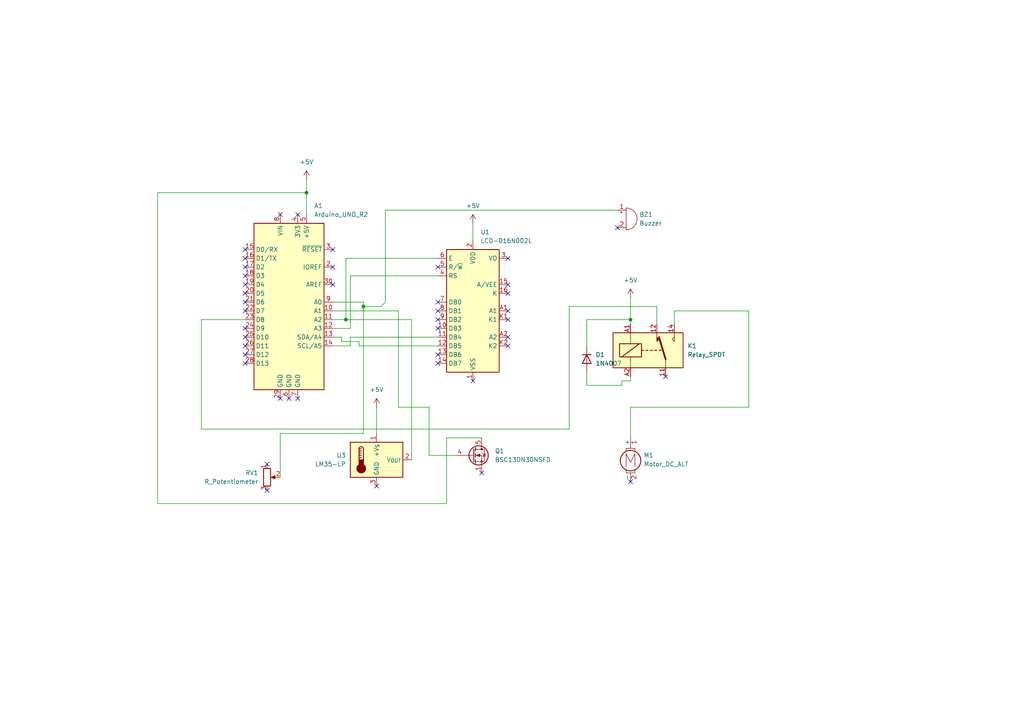
<source format=kicad_sch>
(kicad_sch
	(version 20231120)
	(generator "eeschema")
	(generator_version "8.0")
	(uuid "21abd89b-ef43-453a-ae91-97c94dfee324")
	(paper "A4")
	(lib_symbols
		(symbol "Device:Buzzer"
			(pin_names
				(offset 0.0254) hide)
			(exclude_from_sim no)
			(in_bom yes)
			(on_board yes)
			(property "Reference" "BZ"
				(at 3.81 1.27 0)
				(effects
					(font
						(size 1.27 1.27)
					)
					(justify left)
				)
			)
			(property "Value" "Buzzer"
				(at 3.81 -1.27 0)
				(effects
					(font
						(size 1.27 1.27)
					)
					(justify left)
				)
			)
			(property "Footprint" ""
				(at -0.635 2.54 90)
				(effects
					(font
						(size 1.27 1.27)
					)
					(hide yes)
				)
			)
			(property "Datasheet" "~"
				(at -0.635 2.54 90)
				(effects
					(font
						(size 1.27 1.27)
					)
					(hide yes)
				)
			)
			(property "Description" "Buzzer, polarized"
				(at 0 0 0)
				(effects
					(font
						(size 1.27 1.27)
					)
					(hide yes)
				)
			)
			(property "ki_keywords" "quartz resonator ceramic"
				(at 0 0 0)
				(effects
					(font
						(size 1.27 1.27)
					)
					(hide yes)
				)
			)
			(property "ki_fp_filters" "*Buzzer*"
				(at 0 0 0)
				(effects
					(font
						(size 1.27 1.27)
					)
					(hide yes)
				)
			)
			(symbol "Buzzer_0_1"
				(arc
					(start 0 -3.175)
					(mid 3.1612 0)
					(end 0 3.175)
					(stroke
						(width 0)
						(type default)
					)
					(fill
						(type none)
					)
				)
				(polyline
					(pts
						(xy -1.651 1.905) (xy -1.143 1.905)
					)
					(stroke
						(width 0)
						(type default)
					)
					(fill
						(type none)
					)
				)
				(polyline
					(pts
						(xy -1.397 2.159) (xy -1.397 1.651)
					)
					(stroke
						(width 0)
						(type default)
					)
					(fill
						(type none)
					)
				)
				(polyline
					(pts
						(xy 0 3.175) (xy 0 -3.175)
					)
					(stroke
						(width 0)
						(type default)
					)
					(fill
						(type none)
					)
				)
			)
			(symbol "Buzzer_1_1"
				(pin passive line
					(at -2.54 2.54 0)
					(length 2.54)
					(name "+"
						(effects
							(font
								(size 1.27 1.27)
							)
						)
					)
					(number "1"
						(effects
							(font
								(size 1.27 1.27)
							)
						)
					)
				)
				(pin passive line
					(at -2.54 -2.54 0)
					(length 2.54)
					(name "-"
						(effects
							(font
								(size 1.27 1.27)
							)
						)
					)
					(number "2"
						(effects
							(font
								(size 1.27 1.27)
							)
						)
					)
				)
			)
		)
		(symbol "Device:R_Potentiometer"
			(pin_names
				(offset 1.016) hide)
			(exclude_from_sim no)
			(in_bom yes)
			(on_board yes)
			(property "Reference" "RV"
				(at -4.445 0 90)
				(effects
					(font
						(size 1.27 1.27)
					)
				)
			)
			(property "Value" "R_Potentiometer"
				(at -2.54 0 90)
				(effects
					(font
						(size 1.27 1.27)
					)
				)
			)
			(property "Footprint" ""
				(at 0 0 0)
				(effects
					(font
						(size 1.27 1.27)
					)
					(hide yes)
				)
			)
			(property "Datasheet" "~"
				(at 0 0 0)
				(effects
					(font
						(size 1.27 1.27)
					)
					(hide yes)
				)
			)
			(property "Description" "Potentiometer"
				(at 0 0 0)
				(effects
					(font
						(size 1.27 1.27)
					)
					(hide yes)
				)
			)
			(property "ki_keywords" "resistor variable"
				(at 0 0 0)
				(effects
					(font
						(size 1.27 1.27)
					)
					(hide yes)
				)
			)
			(property "ki_fp_filters" "Potentiometer*"
				(at 0 0 0)
				(effects
					(font
						(size 1.27 1.27)
					)
					(hide yes)
				)
			)
			(symbol "R_Potentiometer_0_1"
				(polyline
					(pts
						(xy 2.54 0) (xy 1.524 0)
					)
					(stroke
						(width 0)
						(type default)
					)
					(fill
						(type none)
					)
				)
				(polyline
					(pts
						(xy 1.143 0) (xy 2.286 0.508) (xy 2.286 -0.508) (xy 1.143 0)
					)
					(stroke
						(width 0)
						(type default)
					)
					(fill
						(type outline)
					)
				)
				(rectangle
					(start 1.016 2.54)
					(end -1.016 -2.54)
					(stroke
						(width 0.254)
						(type default)
					)
					(fill
						(type none)
					)
				)
			)
			(symbol "R_Potentiometer_1_1"
				(pin passive line
					(at 0 3.81 270)
					(length 1.27)
					(name "1"
						(effects
							(font
								(size 1.27 1.27)
							)
						)
					)
					(number "1"
						(effects
							(font
								(size 1.27 1.27)
							)
						)
					)
				)
				(pin passive line
					(at 3.81 0 180)
					(length 1.27)
					(name "2"
						(effects
							(font
								(size 1.27 1.27)
							)
						)
					)
					(number "2"
						(effects
							(font
								(size 1.27 1.27)
							)
						)
					)
				)
				(pin passive line
					(at 0 -3.81 90)
					(length 1.27)
					(name "3"
						(effects
							(font
								(size 1.27 1.27)
							)
						)
					)
					(number "3"
						(effects
							(font
								(size 1.27 1.27)
							)
						)
					)
				)
			)
		)
		(symbol "Diode:1N4007"
			(pin_numbers hide)
			(pin_names hide)
			(exclude_from_sim no)
			(in_bom yes)
			(on_board yes)
			(property "Reference" "D"
				(at 0 2.54 0)
				(effects
					(font
						(size 1.27 1.27)
					)
				)
			)
			(property "Value" "1N4007"
				(at 0 -2.54 0)
				(effects
					(font
						(size 1.27 1.27)
					)
				)
			)
			(property "Footprint" "Diode_THT:D_DO-41_SOD81_P10.16mm_Horizontal"
				(at 0 -4.445 0)
				(effects
					(font
						(size 1.27 1.27)
					)
					(hide yes)
				)
			)
			(property "Datasheet" "http://www.vishay.com/docs/88503/1n4001.pdf"
				(at 0 0 0)
				(effects
					(font
						(size 1.27 1.27)
					)
					(hide yes)
				)
			)
			(property "Description" "1000V 1A General Purpose Rectifier Diode, DO-41"
				(at 0 0 0)
				(effects
					(font
						(size 1.27 1.27)
					)
					(hide yes)
				)
			)
			(property "Sim.Device" "D"
				(at 0 0 0)
				(effects
					(font
						(size 1.27 1.27)
					)
					(hide yes)
				)
			)
			(property "Sim.Pins" "1=K 2=A"
				(at 0 0 0)
				(effects
					(font
						(size 1.27 1.27)
					)
					(hide yes)
				)
			)
			(property "ki_keywords" "diode"
				(at 0 0 0)
				(effects
					(font
						(size 1.27 1.27)
					)
					(hide yes)
				)
			)
			(property "ki_fp_filters" "D*DO?41*"
				(at 0 0 0)
				(effects
					(font
						(size 1.27 1.27)
					)
					(hide yes)
				)
			)
			(symbol "1N4007_0_1"
				(polyline
					(pts
						(xy -1.27 1.27) (xy -1.27 -1.27)
					)
					(stroke
						(width 0.254)
						(type default)
					)
					(fill
						(type none)
					)
				)
				(polyline
					(pts
						(xy 1.27 0) (xy -1.27 0)
					)
					(stroke
						(width 0)
						(type default)
					)
					(fill
						(type none)
					)
				)
				(polyline
					(pts
						(xy 1.27 1.27) (xy 1.27 -1.27) (xy -1.27 0) (xy 1.27 1.27)
					)
					(stroke
						(width 0.254)
						(type default)
					)
					(fill
						(type none)
					)
				)
			)
			(symbol "1N4007_1_1"
				(pin passive line
					(at -3.81 0 0)
					(length 2.54)
					(name "K"
						(effects
							(font
								(size 1.27 1.27)
							)
						)
					)
					(number "1"
						(effects
							(font
								(size 1.27 1.27)
							)
						)
					)
				)
				(pin passive line
					(at 3.81 0 180)
					(length 2.54)
					(name "A"
						(effects
							(font
								(size 1.27 1.27)
							)
						)
					)
					(number "2"
						(effects
							(font
								(size 1.27 1.27)
							)
						)
					)
				)
			)
		)
		(symbol "Display_Character:LCD-016N002L"
			(exclude_from_sim no)
			(in_bom yes)
			(on_board yes)
			(property "Reference" "U"
				(at -6.35 18.796 0)
				(effects
					(font
						(size 1.27 1.27)
					)
				)
			)
			(property "Value" "LCD-016N002L"
				(at 8.636 18.796 0)
				(effects
					(font
						(size 1.27 1.27)
					)
				)
			)
			(property "Footprint" "Display:LCD-016N002L"
				(at 0.508 -23.368 0)
				(effects
					(font
						(size 1.27 1.27)
					)
					(hide yes)
				)
			)
			(property "Datasheet" "http://www.vishay.com/docs/37299/37299.pdf"
				(at 12.7 -7.62 0)
				(effects
					(font
						(size 1.27 1.27)
					)
					(hide yes)
				)
			)
			(property "Description" "LCD 12x2, 8 bit parallel bus, 3V or 5V VDD"
				(at 0 0 0)
				(effects
					(font
						(size 1.27 1.27)
					)
					(hide yes)
				)
			)
			(property "ki_keywords" "display LCD dot-matrix"
				(at 0 0 0)
				(effects
					(font
						(size 1.27 1.27)
					)
					(hide yes)
				)
			)
			(property "ki_fp_filters" "*LCD*016N002L*"
				(at 0 0 0)
				(effects
					(font
						(size 1.27 1.27)
					)
					(hide yes)
				)
			)
			(symbol "LCD-016N002L_1_1"
				(rectangle
					(start -7.62 17.78)
					(end 7.62 -17.78)
					(stroke
						(width 0.254)
						(type default)
					)
					(fill
						(type background)
					)
				)
				(pin power_in line
					(at 0 -20.32 90)
					(length 2.54)
					(name "VSS"
						(effects
							(font
								(size 1.27 1.27)
							)
						)
					)
					(number "1"
						(effects
							(font
								(size 1.27 1.27)
							)
						)
					)
				)
				(pin bidirectional line
					(at -10.16 -5.08 0)
					(length 2.54)
					(name "DB3"
						(effects
							(font
								(size 1.27 1.27)
							)
						)
					)
					(number "10"
						(effects
							(font
								(size 1.27 1.27)
							)
						)
					)
				)
				(pin bidirectional line
					(at -10.16 -7.62 0)
					(length 2.54)
					(name "DB4"
						(effects
							(font
								(size 1.27 1.27)
							)
						)
					)
					(number "11"
						(effects
							(font
								(size 1.27 1.27)
							)
						)
					)
				)
				(pin bidirectional line
					(at -10.16 -10.16 0)
					(length 2.54)
					(name "DB5"
						(effects
							(font
								(size 1.27 1.27)
							)
						)
					)
					(number "12"
						(effects
							(font
								(size 1.27 1.27)
							)
						)
					)
				)
				(pin bidirectional line
					(at -10.16 -12.7 0)
					(length 2.54)
					(name "DB6"
						(effects
							(font
								(size 1.27 1.27)
							)
						)
					)
					(number "13"
						(effects
							(font
								(size 1.27 1.27)
							)
						)
					)
				)
				(pin bidirectional line
					(at -10.16 -15.24 0)
					(length 2.54)
					(name "DB7"
						(effects
							(font
								(size 1.27 1.27)
							)
						)
					)
					(number "14"
						(effects
							(font
								(size 1.27 1.27)
							)
						)
					)
				)
				(pin power_in line
					(at 10.16 7.62 180)
					(length 2.54)
					(name "A/VEE"
						(effects
							(font
								(size 1.27 1.27)
							)
						)
					)
					(number "15"
						(effects
							(font
								(size 1.27 1.27)
							)
						)
					)
				)
				(pin power_in line
					(at 10.16 5.08 180)
					(length 2.54)
					(name "K"
						(effects
							(font
								(size 1.27 1.27)
							)
						)
					)
					(number "16"
						(effects
							(font
								(size 1.27 1.27)
							)
						)
					)
				)
				(pin power_in line
					(at 0 20.32 270)
					(length 2.54)
					(name "VDD"
						(effects
							(font
								(size 1.27 1.27)
							)
						)
					)
					(number "2"
						(effects
							(font
								(size 1.27 1.27)
							)
						)
					)
				)
				(pin input line
					(at 10.16 15.24 180)
					(length 2.54)
					(name "VO"
						(effects
							(font
								(size 1.27 1.27)
							)
						)
					)
					(number "3"
						(effects
							(font
								(size 1.27 1.27)
							)
						)
					)
				)
				(pin input line
					(at -10.16 10.16 0)
					(length 2.54)
					(name "RS"
						(effects
							(font
								(size 1.27 1.27)
							)
						)
					)
					(number "4"
						(effects
							(font
								(size 1.27 1.27)
							)
						)
					)
				)
				(pin input line
					(at -10.16 12.7 0)
					(length 2.54)
					(name "R/~{W}"
						(effects
							(font
								(size 1.27 1.27)
							)
						)
					)
					(number "5"
						(effects
							(font
								(size 1.27 1.27)
							)
						)
					)
				)
				(pin input line
					(at -10.16 15.24 0)
					(length 2.54)
					(name "E"
						(effects
							(font
								(size 1.27 1.27)
							)
						)
					)
					(number "6"
						(effects
							(font
								(size 1.27 1.27)
							)
						)
					)
				)
				(pin bidirectional line
					(at -10.16 2.54 0)
					(length 2.54)
					(name "DB0"
						(effects
							(font
								(size 1.27 1.27)
							)
						)
					)
					(number "7"
						(effects
							(font
								(size 1.27 1.27)
							)
						)
					)
				)
				(pin bidirectional line
					(at -10.16 0 0)
					(length 2.54)
					(name "DB1"
						(effects
							(font
								(size 1.27 1.27)
							)
						)
					)
					(number "8"
						(effects
							(font
								(size 1.27 1.27)
							)
						)
					)
				)
				(pin bidirectional line
					(at -10.16 -2.54 0)
					(length 2.54)
					(name "DB2"
						(effects
							(font
								(size 1.27 1.27)
							)
						)
					)
					(number "9"
						(effects
							(font
								(size 1.27 1.27)
							)
						)
					)
				)
				(pin power_in line
					(at 10.16 0 180)
					(length 2.54)
					(name "A1"
						(effects
							(font
								(size 1.27 1.27)
							)
						)
					)
					(number "A1"
						(effects
							(font
								(size 1.27 1.27)
							)
						)
					)
				)
				(pin power_in line
					(at 10.16 -7.62 180)
					(length 2.54)
					(name "A2"
						(effects
							(font
								(size 1.27 1.27)
							)
						)
					)
					(number "A2"
						(effects
							(font
								(size 1.27 1.27)
							)
						)
					)
				)
				(pin power_in line
					(at 10.16 -2.54 180)
					(length 2.54)
					(name "K1"
						(effects
							(font
								(size 1.27 1.27)
							)
						)
					)
					(number "K1"
						(effects
							(font
								(size 1.27 1.27)
							)
						)
					)
				)
				(pin power_in line
					(at 10.16 -10.16 180)
					(length 2.54)
					(name "K2"
						(effects
							(font
								(size 1.27 1.27)
							)
						)
					)
					(number "K2"
						(effects
							(font
								(size 1.27 1.27)
							)
						)
					)
				)
			)
		)
		(symbol "MCU_Module:Arduino_UNO_R2"
			(exclude_from_sim no)
			(in_bom yes)
			(on_board yes)
			(property "Reference" "A"
				(at -10.16 23.495 0)
				(effects
					(font
						(size 1.27 1.27)
					)
					(justify left bottom)
				)
			)
			(property "Value" "Arduino_UNO_R2"
				(at 5.08 -26.67 0)
				(effects
					(font
						(size 1.27 1.27)
					)
					(justify left top)
				)
			)
			(property "Footprint" "Module:Arduino_UNO_R2"
				(at 0 0 0)
				(effects
					(font
						(size 1.27 1.27)
						(italic yes)
					)
					(hide yes)
				)
			)
			(property "Datasheet" "https://www.arduino.cc/en/Main/arduinoBoardUno"
				(at 0 0 0)
				(effects
					(font
						(size 1.27 1.27)
					)
					(hide yes)
				)
			)
			(property "Description" "Arduino UNO Microcontroller Module, release 2"
				(at 0 0 0)
				(effects
					(font
						(size 1.27 1.27)
					)
					(hide yes)
				)
			)
			(property "ki_keywords" "Arduino UNO R3 Microcontroller Module Atmel AVR USB"
				(at 0 0 0)
				(effects
					(font
						(size 1.27 1.27)
					)
					(hide yes)
				)
			)
			(property "ki_fp_filters" "Arduino*UNO*R2*"
				(at 0 0 0)
				(effects
					(font
						(size 1.27 1.27)
					)
					(hide yes)
				)
			)
			(symbol "Arduino_UNO_R2_0_1"
				(rectangle
					(start -10.16 22.86)
					(end 10.16 -25.4)
					(stroke
						(width 0.254)
						(type default)
					)
					(fill
						(type background)
					)
				)
			)
			(symbol "Arduino_UNO_R2_1_1"
				(pin no_connect line
					(at -10.16 -20.32 0)
					(length 2.54) hide
					(name "NC"
						(effects
							(font
								(size 1.27 1.27)
							)
						)
					)
					(number "1"
						(effects
							(font
								(size 1.27 1.27)
							)
						)
					)
				)
				(pin bidirectional line
					(at 12.7 -2.54 180)
					(length 2.54)
					(name "A1"
						(effects
							(font
								(size 1.27 1.27)
							)
						)
					)
					(number "10"
						(effects
							(font
								(size 1.27 1.27)
							)
						)
					)
				)
				(pin bidirectional line
					(at 12.7 -5.08 180)
					(length 2.54)
					(name "A2"
						(effects
							(font
								(size 1.27 1.27)
							)
						)
					)
					(number "11"
						(effects
							(font
								(size 1.27 1.27)
							)
						)
					)
				)
				(pin bidirectional line
					(at 12.7 -7.62 180)
					(length 2.54)
					(name "A3"
						(effects
							(font
								(size 1.27 1.27)
							)
						)
					)
					(number "12"
						(effects
							(font
								(size 1.27 1.27)
							)
						)
					)
				)
				(pin bidirectional line
					(at 12.7 -10.16 180)
					(length 2.54)
					(name "SDA/A4"
						(effects
							(font
								(size 1.27 1.27)
							)
						)
					)
					(number "13"
						(effects
							(font
								(size 1.27 1.27)
							)
						)
					)
				)
				(pin bidirectional line
					(at 12.7 -12.7 180)
					(length 2.54)
					(name "SCL/A5"
						(effects
							(font
								(size 1.27 1.27)
							)
						)
					)
					(number "14"
						(effects
							(font
								(size 1.27 1.27)
							)
						)
					)
				)
				(pin bidirectional line
					(at -12.7 15.24 0)
					(length 2.54)
					(name "D0/RX"
						(effects
							(font
								(size 1.27 1.27)
							)
						)
					)
					(number "15"
						(effects
							(font
								(size 1.27 1.27)
							)
						)
					)
				)
				(pin bidirectional line
					(at -12.7 12.7 0)
					(length 2.54)
					(name "D1/TX"
						(effects
							(font
								(size 1.27 1.27)
							)
						)
					)
					(number "16"
						(effects
							(font
								(size 1.27 1.27)
							)
						)
					)
				)
				(pin bidirectional line
					(at -12.7 10.16 0)
					(length 2.54)
					(name "D2"
						(effects
							(font
								(size 1.27 1.27)
							)
						)
					)
					(number "17"
						(effects
							(font
								(size 1.27 1.27)
							)
						)
					)
				)
				(pin bidirectional line
					(at -12.7 7.62 0)
					(length 2.54)
					(name "D3"
						(effects
							(font
								(size 1.27 1.27)
							)
						)
					)
					(number "18"
						(effects
							(font
								(size 1.27 1.27)
							)
						)
					)
				)
				(pin bidirectional line
					(at -12.7 5.08 0)
					(length 2.54)
					(name "D4"
						(effects
							(font
								(size 1.27 1.27)
							)
						)
					)
					(number "19"
						(effects
							(font
								(size 1.27 1.27)
							)
						)
					)
				)
				(pin output line
					(at 12.7 10.16 180)
					(length 2.54)
					(name "IOREF"
						(effects
							(font
								(size 1.27 1.27)
							)
						)
					)
					(number "2"
						(effects
							(font
								(size 1.27 1.27)
							)
						)
					)
				)
				(pin bidirectional line
					(at -12.7 2.54 0)
					(length 2.54)
					(name "D5"
						(effects
							(font
								(size 1.27 1.27)
							)
						)
					)
					(number "20"
						(effects
							(font
								(size 1.27 1.27)
							)
						)
					)
				)
				(pin bidirectional line
					(at -12.7 0 0)
					(length 2.54)
					(name "D6"
						(effects
							(font
								(size 1.27 1.27)
							)
						)
					)
					(number "21"
						(effects
							(font
								(size 1.27 1.27)
							)
						)
					)
				)
				(pin bidirectional line
					(at -12.7 -2.54 0)
					(length 2.54)
					(name "D7"
						(effects
							(font
								(size 1.27 1.27)
							)
						)
					)
					(number "22"
						(effects
							(font
								(size 1.27 1.27)
							)
						)
					)
				)
				(pin bidirectional line
					(at -12.7 -5.08 0)
					(length 2.54)
					(name "D8"
						(effects
							(font
								(size 1.27 1.27)
							)
						)
					)
					(number "23"
						(effects
							(font
								(size 1.27 1.27)
							)
						)
					)
				)
				(pin bidirectional line
					(at -12.7 -7.62 0)
					(length 2.54)
					(name "D9"
						(effects
							(font
								(size 1.27 1.27)
							)
						)
					)
					(number "24"
						(effects
							(font
								(size 1.27 1.27)
							)
						)
					)
				)
				(pin bidirectional line
					(at -12.7 -10.16 0)
					(length 2.54)
					(name "D10"
						(effects
							(font
								(size 1.27 1.27)
							)
						)
					)
					(number "25"
						(effects
							(font
								(size 1.27 1.27)
							)
						)
					)
				)
				(pin bidirectional line
					(at -12.7 -12.7 0)
					(length 2.54)
					(name "D11"
						(effects
							(font
								(size 1.27 1.27)
							)
						)
					)
					(number "26"
						(effects
							(font
								(size 1.27 1.27)
							)
						)
					)
				)
				(pin bidirectional line
					(at -12.7 -15.24 0)
					(length 2.54)
					(name "D12"
						(effects
							(font
								(size 1.27 1.27)
							)
						)
					)
					(number "27"
						(effects
							(font
								(size 1.27 1.27)
							)
						)
					)
				)
				(pin bidirectional line
					(at -12.7 -17.78 0)
					(length 2.54)
					(name "D13"
						(effects
							(font
								(size 1.27 1.27)
							)
						)
					)
					(number "28"
						(effects
							(font
								(size 1.27 1.27)
							)
						)
					)
				)
				(pin power_in line
					(at -2.54 -27.94 90)
					(length 2.54)
					(name "GND"
						(effects
							(font
								(size 1.27 1.27)
							)
						)
					)
					(number "29"
						(effects
							(font
								(size 1.27 1.27)
							)
						)
					)
				)
				(pin input line
					(at 12.7 15.24 180)
					(length 2.54)
					(name "~{RESET}"
						(effects
							(font
								(size 1.27 1.27)
							)
						)
					)
					(number "3"
						(effects
							(font
								(size 1.27 1.27)
							)
						)
					)
				)
				(pin input line
					(at 12.7 5.08 180)
					(length 2.54)
					(name "AREF"
						(effects
							(font
								(size 1.27 1.27)
							)
						)
					)
					(number "30"
						(effects
							(font
								(size 1.27 1.27)
							)
						)
					)
				)
				(pin power_out line
					(at 2.54 25.4 270)
					(length 2.54)
					(name "3V3"
						(effects
							(font
								(size 1.27 1.27)
							)
						)
					)
					(number "4"
						(effects
							(font
								(size 1.27 1.27)
							)
						)
					)
				)
				(pin power_out line
					(at 5.08 25.4 270)
					(length 2.54)
					(name "+5V"
						(effects
							(font
								(size 1.27 1.27)
							)
						)
					)
					(number "5"
						(effects
							(font
								(size 1.27 1.27)
							)
						)
					)
				)
				(pin power_in line
					(at 0 -27.94 90)
					(length 2.54)
					(name "GND"
						(effects
							(font
								(size 1.27 1.27)
							)
						)
					)
					(number "6"
						(effects
							(font
								(size 1.27 1.27)
							)
						)
					)
				)
				(pin power_in line
					(at 2.54 -27.94 90)
					(length 2.54)
					(name "GND"
						(effects
							(font
								(size 1.27 1.27)
							)
						)
					)
					(number "7"
						(effects
							(font
								(size 1.27 1.27)
							)
						)
					)
				)
				(pin power_in line
					(at -2.54 25.4 270)
					(length 2.54)
					(name "VIN"
						(effects
							(font
								(size 1.27 1.27)
							)
						)
					)
					(number "8"
						(effects
							(font
								(size 1.27 1.27)
							)
						)
					)
				)
				(pin bidirectional line
					(at 12.7 0 180)
					(length 2.54)
					(name "A0"
						(effects
							(font
								(size 1.27 1.27)
							)
						)
					)
					(number "9"
						(effects
							(font
								(size 1.27 1.27)
							)
						)
					)
				)
			)
		)
		(symbol "Motor:Motor_DC_ALT"
			(pin_names
				(offset 0)
			)
			(exclude_from_sim no)
			(in_bom yes)
			(on_board yes)
			(property "Reference" "M"
				(at 2.54 2.54 0)
				(effects
					(font
						(size 1.27 1.27)
					)
					(justify left)
				)
			)
			(property "Value" "Motor_DC_ALT"
				(at 2.54 -5.08 0)
				(effects
					(font
						(size 1.27 1.27)
					)
					(justify left top)
				)
			)
			(property "Footprint" ""
				(at 0 -2.286 0)
				(effects
					(font
						(size 1.27 1.27)
					)
					(hide yes)
				)
			)
			(property "Datasheet" "~"
				(at 0 -2.286 0)
				(effects
					(font
						(size 1.27 1.27)
					)
					(hide yes)
				)
			)
			(property "Description" "DC Motor, alternative symbol"
				(at 0 0 0)
				(effects
					(font
						(size 1.27 1.27)
					)
					(hide yes)
				)
			)
			(property "ki_keywords" "DC Motor"
				(at 0 0 0)
				(effects
					(font
						(size 1.27 1.27)
					)
					(hide yes)
				)
			)
			(property "ki_fp_filters" "PinHeader*P2.54mm* TerminalBlock*"
				(at 0 0 0)
				(effects
					(font
						(size 1.27 1.27)
					)
					(hide yes)
				)
			)
			(symbol "Motor_DC_ALT_0_0"
				(circle
					(center 0 -1.524)
					(radius 2.9718)
					(stroke
						(width 0.254)
						(type default)
					)
					(fill
						(type none)
					)
				)
				(polyline
					(pts
						(xy -1.27 -4.318) (xy -1.27 -5.08) (xy 1.27 -5.08) (xy 1.27 -4.318)
					)
					(stroke
						(width 0)
						(type default)
					)
					(fill
						(type none)
					)
				)
				(polyline
					(pts
						(xy -1.27 1.27) (xy -1.27 2.032) (xy 1.27 2.032) (xy 1.27 1.27)
					)
					(stroke
						(width 0)
						(type default)
					)
					(fill
						(type none)
					)
				)
				(polyline
					(pts
						(xy -1.27 -3.302) (xy -1.27 0.508) (xy 0 -2.032) (xy 1.27 0.508) (xy 1.27 -3.302)
					)
					(stroke
						(width 0)
						(type default)
					)
					(fill
						(type none)
					)
				)
			)
			(symbol "Motor_DC_ALT_0_1"
				(polyline
					(pts
						(xy 0 2.032) (xy 0 2.54)
					)
					(stroke
						(width 0)
						(type default)
					)
					(fill
						(type none)
					)
				)
			)
			(symbol "Motor_DC_ALT_1_1"
				(pin passive line
					(at 0 5.08 270)
					(length 2.54)
					(name "+"
						(effects
							(font
								(size 1.27 1.27)
							)
						)
					)
					(number "1"
						(effects
							(font
								(size 1.27 1.27)
							)
						)
					)
				)
				(pin passive line
					(at 0 -7.62 90)
					(length 2.54)
					(name "-"
						(effects
							(font
								(size 1.27 1.27)
							)
						)
					)
					(number "2"
						(effects
							(font
								(size 1.27 1.27)
							)
						)
					)
				)
			)
		)
		(symbol "Relay:Relay_SPDT"
			(exclude_from_sim no)
			(in_bom yes)
			(on_board yes)
			(property "Reference" "K"
				(at 11.43 3.81 0)
				(effects
					(font
						(size 1.27 1.27)
					)
					(justify left)
				)
			)
			(property "Value" "Relay_SPDT"
				(at 11.43 1.27 0)
				(effects
					(font
						(size 1.27 1.27)
					)
					(justify left)
				)
			)
			(property "Footprint" ""
				(at 11.43 -1.27 0)
				(effects
					(font
						(size 1.27 1.27)
					)
					(justify left)
					(hide yes)
				)
			)
			(property "Datasheet" "~"
				(at 0 0 0)
				(effects
					(font
						(size 1.27 1.27)
					)
					(hide yes)
				)
			)
			(property "Description" "Relay SPDT, monostable, EN50005"
				(at 0 0 0)
				(effects
					(font
						(size 1.27 1.27)
					)
					(hide yes)
				)
			)
			(property "ki_keywords" "1P2T 1-Form-C single pole throw"
				(at 0 0 0)
				(effects
					(font
						(size 1.27 1.27)
					)
					(hide yes)
				)
			)
			(property "ki_fp_filters" "Relay?SPDT*"
				(at 0 0 0)
				(effects
					(font
						(size 1.27 1.27)
					)
					(hide yes)
				)
			)
			(symbol "Relay_SPDT_0_0"
				(polyline
					(pts
						(xy 7.62 5.08) (xy 7.62 2.54) (xy 6.985 3.175) (xy 7.62 3.81)
					)
					(stroke
						(width 0)
						(type default)
					)
					(fill
						(type none)
					)
				)
			)
			(symbol "Relay_SPDT_0_1"
				(rectangle
					(start -10.16 5.08)
					(end 10.16 -5.08)
					(stroke
						(width 0.254)
						(type default)
					)
					(fill
						(type background)
					)
				)
				(rectangle
					(start -8.255 1.905)
					(end -1.905 -1.905)
					(stroke
						(width 0.254)
						(type default)
					)
					(fill
						(type none)
					)
				)
				(polyline
					(pts
						(xy -7.62 -1.905) (xy -2.54 1.905)
					)
					(stroke
						(width 0.254)
						(type default)
					)
					(fill
						(type none)
					)
				)
				(polyline
					(pts
						(xy -5.08 -5.08) (xy -5.08 -1.905)
					)
					(stroke
						(width 0)
						(type default)
					)
					(fill
						(type none)
					)
				)
				(polyline
					(pts
						(xy -5.08 5.08) (xy -5.08 1.905)
					)
					(stroke
						(width 0)
						(type default)
					)
					(fill
						(type none)
					)
				)
				(polyline
					(pts
						(xy -1.905 0) (xy -1.27 0)
					)
					(stroke
						(width 0.254)
						(type default)
					)
					(fill
						(type none)
					)
				)
				(polyline
					(pts
						(xy -0.635 0) (xy 0 0)
					)
					(stroke
						(width 0.254)
						(type default)
					)
					(fill
						(type none)
					)
				)
				(polyline
					(pts
						(xy 0.635 0) (xy 1.27 0)
					)
					(stroke
						(width 0.254)
						(type default)
					)
					(fill
						(type none)
					)
				)
				(polyline
					(pts
						(xy 1.905 0) (xy 2.54 0)
					)
					(stroke
						(width 0.254)
						(type default)
					)
					(fill
						(type none)
					)
				)
				(polyline
					(pts
						(xy 3.175 0) (xy 3.81 0)
					)
					(stroke
						(width 0.254)
						(type default)
					)
					(fill
						(type none)
					)
				)
				(polyline
					(pts
						(xy 5.08 -2.54) (xy 3.175 3.81)
					)
					(stroke
						(width 0.508)
						(type default)
					)
					(fill
						(type none)
					)
				)
				(polyline
					(pts
						(xy 5.08 -2.54) (xy 5.08 -5.08)
					)
					(stroke
						(width 0)
						(type default)
					)
					(fill
						(type none)
					)
				)
				(polyline
					(pts
						(xy 2.54 5.08) (xy 2.54 2.54) (xy 3.175 3.175) (xy 2.54 3.81)
					)
					(stroke
						(width 0)
						(type default)
					)
					(fill
						(type outline)
					)
				)
			)
			(symbol "Relay_SPDT_1_1"
				(pin passive line
					(at 5.08 -7.62 90)
					(length 2.54)
					(name "~"
						(effects
							(font
								(size 1.27 1.27)
							)
						)
					)
					(number "11"
						(effects
							(font
								(size 1.27 1.27)
							)
						)
					)
				)
				(pin passive line
					(at 2.54 7.62 270)
					(length 2.54)
					(name "~"
						(effects
							(font
								(size 1.27 1.27)
							)
						)
					)
					(number "12"
						(effects
							(font
								(size 1.27 1.27)
							)
						)
					)
				)
				(pin passive line
					(at 7.62 7.62 270)
					(length 2.54)
					(name "~"
						(effects
							(font
								(size 1.27 1.27)
							)
						)
					)
					(number "14"
						(effects
							(font
								(size 1.27 1.27)
							)
						)
					)
				)
				(pin passive line
					(at -5.08 7.62 270)
					(length 2.54)
					(name "~"
						(effects
							(font
								(size 1.27 1.27)
							)
						)
					)
					(number "A1"
						(effects
							(font
								(size 1.27 1.27)
							)
						)
					)
				)
				(pin passive line
					(at -5.08 -7.62 90)
					(length 2.54)
					(name "~"
						(effects
							(font
								(size 1.27 1.27)
							)
						)
					)
					(number "A2"
						(effects
							(font
								(size 1.27 1.27)
							)
						)
					)
				)
			)
		)
		(symbol "Sensor_Temperature:LM35-LP"
			(exclude_from_sim no)
			(in_bom yes)
			(on_board yes)
			(property "Reference" "U"
				(at -6.35 6.35 0)
				(effects
					(font
						(size 1.27 1.27)
					)
				)
			)
			(property "Value" "LM35-LP"
				(at 1.27 6.35 0)
				(effects
					(font
						(size 1.27 1.27)
					)
					(justify left)
				)
			)
			(property "Footprint" "Package_TO_SOT_THT:TO-92_Inline"
				(at 1.27 -6.35 0)
				(effects
					(font
						(size 1.27 1.27)
					)
					(justify left)
					(hide yes)
				)
			)
			(property "Datasheet" "http://www.ti.com/lit/ds/symlink/lm35.pdf"
				(at 0 0 0)
				(effects
					(font
						(size 1.27 1.27)
					)
					(hide yes)
				)
			)
			(property "Description" "Precision centigrade temperature sensor, TO-92"
				(at 0 0 0)
				(effects
					(font
						(size 1.27 1.27)
					)
					(hide yes)
				)
			)
			(property "ki_keywords" "temperature sensor thermistor"
				(at 0 0 0)
				(effects
					(font
						(size 1.27 1.27)
					)
					(hide yes)
				)
			)
			(property "ki_fp_filters" "TO?92*"
				(at 0 0 0)
				(effects
					(font
						(size 1.27 1.27)
					)
					(hide yes)
				)
			)
			(symbol "LM35-LP_0_1"
				(rectangle
					(start -7.62 5.08)
					(end 7.62 -5.08)
					(stroke
						(width 0.254)
						(type default)
					)
					(fill
						(type background)
					)
				)
				(circle
					(center -4.445 -2.54)
					(radius 1.27)
					(stroke
						(width 0.254)
						(type default)
					)
					(fill
						(type outline)
					)
				)
				(rectangle
					(start -3.81 -1.905)
					(end -5.08 0)
					(stroke
						(width 0.254)
						(type default)
					)
					(fill
						(type outline)
					)
				)
				(arc
					(start -3.81 3.175)
					(mid -4.445 3.8073)
					(end -5.08 3.175)
					(stroke
						(width 0.254)
						(type default)
					)
					(fill
						(type none)
					)
				)
				(polyline
					(pts
						(xy -5.08 0.635) (xy -4.445 0.635)
					)
					(stroke
						(width 0.254)
						(type default)
					)
					(fill
						(type none)
					)
				)
				(polyline
					(pts
						(xy -5.08 1.27) (xy -4.445 1.27)
					)
					(stroke
						(width 0.254)
						(type default)
					)
					(fill
						(type none)
					)
				)
				(polyline
					(pts
						(xy -5.08 1.905) (xy -4.445 1.905)
					)
					(stroke
						(width 0.254)
						(type default)
					)
					(fill
						(type none)
					)
				)
				(polyline
					(pts
						(xy -5.08 2.54) (xy -4.445 2.54)
					)
					(stroke
						(width 0.254)
						(type default)
					)
					(fill
						(type none)
					)
				)
				(polyline
					(pts
						(xy -5.08 3.175) (xy -5.08 0)
					)
					(stroke
						(width 0.254)
						(type default)
					)
					(fill
						(type none)
					)
				)
				(polyline
					(pts
						(xy -5.08 3.175) (xy -4.445 3.175)
					)
					(stroke
						(width 0.254)
						(type default)
					)
					(fill
						(type none)
					)
				)
				(polyline
					(pts
						(xy -3.81 3.175) (xy -3.81 0)
					)
					(stroke
						(width 0.254)
						(type default)
					)
					(fill
						(type none)
					)
				)
			)
			(symbol "LM35-LP_1_1"
				(pin power_in line
					(at 0 7.62 270)
					(length 2.54)
					(name "+V_{S}"
						(effects
							(font
								(size 1.27 1.27)
							)
						)
					)
					(number "1"
						(effects
							(font
								(size 1.27 1.27)
							)
						)
					)
				)
				(pin output line
					(at 10.16 0 180)
					(length 2.54)
					(name "V_{OUT}"
						(effects
							(font
								(size 1.27 1.27)
							)
						)
					)
					(number "2"
						(effects
							(font
								(size 1.27 1.27)
							)
						)
					)
				)
				(pin power_in line
					(at 0 -7.62 90)
					(length 2.54)
					(name "GND"
						(effects
							(font
								(size 1.27 1.27)
							)
						)
					)
					(number "3"
						(effects
							(font
								(size 1.27 1.27)
							)
						)
					)
				)
			)
		)
		(symbol "Transistor_FET:BSC13DN30NSFD"
			(pin_names hide)
			(exclude_from_sim no)
			(in_bom yes)
			(on_board yes)
			(property "Reference" "Q"
				(at 5.08 1.905 0)
				(effects
					(font
						(size 1.27 1.27)
					)
					(justify left)
				)
			)
			(property "Value" "BSC13DN30NSFD"
				(at 5.08 0 0)
				(effects
					(font
						(size 1.27 1.27)
					)
					(justify left)
				)
			)
			(property "Footprint" "Package_TO_SOT_SMD:TDSON-8-1"
				(at 5.08 -1.905 0)
				(effects
					(font
						(size 1.27 1.27)
						(italic yes)
					)
					(justify left)
					(hide yes)
				)
			)
			(property "Datasheet" "https://www.infineon.com/dgdl/Infineon-BSC13DN30NSFD-DS-v02_01-EN.pdf?fileId=5546d46259b0420a0159d5c940fc0d9a"
				(at 5.08 -3.81 0)
				(effects
					(font
						(size 1.27 1.27)
					)
					(justify left)
					(hide yes)
				)
			)
			(property "Description" "16A Id, 300V Vds, OptiMOS N-Channel Power MOSFET, 130mOhm Ron, Qg (typ) 30.0nC, PG-TDSON-8"
				(at 0 0 0)
				(effects
					(font
						(size 1.27 1.27)
					)
					(hide yes)
				)
			)
			(property "ki_keywords" "NexFET Power MOSFET N-MOS"
				(at 0 0 0)
				(effects
					(font
						(size 1.27 1.27)
					)
					(hide yes)
				)
			)
			(property "ki_fp_filters" "TDSON*"
				(at 0 0 0)
				(effects
					(font
						(size 1.27 1.27)
					)
					(hide yes)
				)
			)
			(symbol "BSC13DN30NSFD_0_1"
				(polyline
					(pts
						(xy 0.254 0) (xy -2.54 0)
					)
					(stroke
						(width 0)
						(type default)
					)
					(fill
						(type none)
					)
				)
				(polyline
					(pts
						(xy 0.254 1.905) (xy 0.254 -1.905)
					)
					(stroke
						(width 0.254)
						(type default)
					)
					(fill
						(type none)
					)
				)
				(polyline
					(pts
						(xy 0.762 -1.27) (xy 0.762 -2.286)
					)
					(stroke
						(width 0.254)
						(type default)
					)
					(fill
						(type none)
					)
				)
				(polyline
					(pts
						(xy 0.762 0.508) (xy 0.762 -0.508)
					)
					(stroke
						(width 0.254)
						(type default)
					)
					(fill
						(type none)
					)
				)
				(polyline
					(pts
						(xy 0.762 2.286) (xy 0.762 1.27)
					)
					(stroke
						(width 0.254)
						(type default)
					)
					(fill
						(type none)
					)
				)
				(polyline
					(pts
						(xy 2.54 2.54) (xy 2.54 1.778)
					)
					(stroke
						(width 0)
						(type default)
					)
					(fill
						(type none)
					)
				)
				(polyline
					(pts
						(xy 2.54 -2.54) (xy 2.54 0) (xy 0.762 0)
					)
					(stroke
						(width 0)
						(type default)
					)
					(fill
						(type none)
					)
				)
				(polyline
					(pts
						(xy 0.762 -1.778) (xy 3.302 -1.778) (xy 3.302 1.778) (xy 0.762 1.778)
					)
					(stroke
						(width 0)
						(type default)
					)
					(fill
						(type none)
					)
				)
				(polyline
					(pts
						(xy 1.016 0) (xy 2.032 0.381) (xy 2.032 -0.381) (xy 1.016 0)
					)
					(stroke
						(width 0)
						(type default)
					)
					(fill
						(type outline)
					)
				)
				(polyline
					(pts
						(xy 2.794 0.508) (xy 2.921 0.381) (xy 3.683 0.381) (xy 3.81 0.254)
					)
					(stroke
						(width 0)
						(type default)
					)
					(fill
						(type none)
					)
				)
				(polyline
					(pts
						(xy 3.302 0.381) (xy 2.921 -0.254) (xy 3.683 -0.254) (xy 3.302 0.381)
					)
					(stroke
						(width 0)
						(type default)
					)
					(fill
						(type none)
					)
				)
				(circle
					(center 1.651 0)
					(radius 2.794)
					(stroke
						(width 0.254)
						(type default)
					)
					(fill
						(type none)
					)
				)
				(circle
					(center 2.54 -1.778)
					(radius 0.254)
					(stroke
						(width 0)
						(type default)
					)
					(fill
						(type outline)
					)
				)
				(circle
					(center 2.54 1.778)
					(radius 0.254)
					(stroke
						(width 0)
						(type default)
					)
					(fill
						(type outline)
					)
				)
			)
			(symbol "BSC13DN30NSFD_1_1"
				(pin passive line
					(at 2.54 -5.08 90)
					(length 2.54)
					(name "S"
						(effects
							(font
								(size 1.27 1.27)
							)
						)
					)
					(number "1"
						(effects
							(font
								(size 1.27 1.27)
							)
						)
					)
				)
				(pin passive line
					(at 2.54 -5.08 90)
					(length 2.54) hide
					(name "S"
						(effects
							(font
								(size 1.27 1.27)
							)
						)
					)
					(number "2"
						(effects
							(font
								(size 1.27 1.27)
							)
						)
					)
				)
				(pin passive line
					(at 2.54 -5.08 90)
					(length 2.54) hide
					(name "S"
						(effects
							(font
								(size 1.27 1.27)
							)
						)
					)
					(number "3"
						(effects
							(font
								(size 1.27 1.27)
							)
						)
					)
				)
				(pin passive line
					(at -5.08 0 0)
					(length 2.54)
					(name "G"
						(effects
							(font
								(size 1.27 1.27)
							)
						)
					)
					(number "4"
						(effects
							(font
								(size 1.27 1.27)
							)
						)
					)
				)
				(pin passive line
					(at 2.54 5.08 270)
					(length 2.54)
					(name "D"
						(effects
							(font
								(size 1.27 1.27)
							)
						)
					)
					(number "5"
						(effects
							(font
								(size 1.27 1.27)
							)
						)
					)
				)
			)
		)
		(symbol "power:+5V"
			(power)
			(pin_numbers hide)
			(pin_names
				(offset 0) hide)
			(exclude_from_sim no)
			(in_bom yes)
			(on_board yes)
			(property "Reference" "#PWR"
				(at 0 -3.81 0)
				(effects
					(font
						(size 1.27 1.27)
					)
					(hide yes)
				)
			)
			(property "Value" "+5V"
				(at 0 3.556 0)
				(effects
					(font
						(size 1.27 1.27)
					)
				)
			)
			(property "Footprint" ""
				(at 0 0 0)
				(effects
					(font
						(size 1.27 1.27)
					)
					(hide yes)
				)
			)
			(property "Datasheet" ""
				(at 0 0 0)
				(effects
					(font
						(size 1.27 1.27)
					)
					(hide yes)
				)
			)
			(property "Description" "Power symbol creates a global label with name \"+5V\""
				(at 0 0 0)
				(effects
					(font
						(size 1.27 1.27)
					)
					(hide yes)
				)
			)
			(property "ki_keywords" "global power"
				(at 0 0 0)
				(effects
					(font
						(size 1.27 1.27)
					)
					(hide yes)
				)
			)
			(symbol "+5V_0_1"
				(polyline
					(pts
						(xy -0.762 1.27) (xy 0 2.54)
					)
					(stroke
						(width 0)
						(type default)
					)
					(fill
						(type none)
					)
				)
				(polyline
					(pts
						(xy 0 0) (xy 0 2.54)
					)
					(stroke
						(width 0)
						(type default)
					)
					(fill
						(type none)
					)
				)
				(polyline
					(pts
						(xy 0 2.54) (xy 0.762 1.27)
					)
					(stroke
						(width 0)
						(type default)
					)
					(fill
						(type none)
					)
				)
			)
			(symbol "+5V_1_1"
				(pin power_in line
					(at 0 0 90)
					(length 0)
					(name "~"
						(effects
							(font
								(size 1.27 1.27)
							)
						)
					)
					(number "1"
						(effects
							(font
								(size 1.27 1.27)
							)
						)
					)
				)
			)
		)
	)
	(junction
		(at 105.41 88.9)
		(diameter 0)
		(color 0 0 0 0)
		(uuid "4f664118-90d9-4bc9-b4f1-b624156735c7")
	)
	(junction
		(at 88.9 55.88)
		(diameter 0)
		(color 0 0 0 0)
		(uuid "76afc346-177e-4745-8321-62cef806f95c")
	)
	(junction
		(at 100.33 92.71)
		(diameter 0)
		(color 0 0 0 0)
		(uuid "a826aeb0-1f2f-40ed-8685-2085fb099955")
	)
	(junction
		(at 182.88 92.71)
		(diameter 0)
		(color 0 0 0 0)
		(uuid "e29a116b-0c90-409c-8742-3ec4b13fee10")
	)
	(no_connect
		(at 77.47 134.62)
		(uuid "00e3daa4-289e-4984-b9fd-f0cfebedd553")
	)
	(no_connect
		(at 193.04 109.22)
		(uuid "0337f377-0b8f-402c-92ed-5799838cb967")
	)
	(no_connect
		(at 96.52 72.39)
		(uuid "036dd46f-f5e7-491b-adcb-3e31fceac97d")
	)
	(no_connect
		(at 71.12 90.17)
		(uuid "037654e4-2901-4563-a106-8ad086e20a5e")
	)
	(no_connect
		(at 71.12 72.39)
		(uuid "0a96e1c1-c4c4-490d-97f4-653b955580f9")
	)
	(no_connect
		(at 81.28 62.23)
		(uuid "0acb79b0-46d2-4313-aa94-982418223abc")
	)
	(no_connect
		(at 83.82 115.57)
		(uuid "14c0ed8a-aa54-47e9-9b6e-8cd503f92e3e")
	)
	(no_connect
		(at 127 105.41)
		(uuid "16242d20-7f38-47a5-af78-746098456a93")
	)
	(no_connect
		(at 81.28 115.57)
		(uuid "171213e9-76d2-46b2-9119-77ae7f28518b")
	)
	(no_connect
		(at 147.32 90.17)
		(uuid "237e8aa2-3012-4e56-9e12-096038929637")
	)
	(no_connect
		(at 127 92.71)
		(uuid "252b5fcc-c3e6-4971-a4e1-41895feb8e83")
	)
	(no_connect
		(at 147.32 97.79)
		(uuid "2858fa3f-16e4-4963-996c-519f7e05be80")
	)
	(no_connect
		(at 71.12 82.55)
		(uuid "286ae0da-3084-476b-a789-061de56e9ad7")
	)
	(no_connect
		(at 71.12 85.09)
		(uuid "29e8c00d-3c96-4f68-8aa8-2a2535e8d7fe")
	)
	(no_connect
		(at 139.7 137.16)
		(uuid "2b70586a-a2a7-45b8-961e-8913cbf3b077")
	)
	(no_connect
		(at 71.12 97.79)
		(uuid "35ec32b9-b3f1-48a5-9289-f5f60bc30afc")
	)
	(no_connect
		(at 147.32 100.33)
		(uuid "39906e2e-dab4-48c0-b343-96817284a75a")
	)
	(no_connect
		(at 86.36 62.23)
		(uuid "3b145f5e-0ae7-4e5c-ba46-c7358444cffa")
	)
	(no_connect
		(at 127 77.47)
		(uuid "3f1bf38e-9f3e-4e1f-b950-d4375e73de07")
	)
	(no_connect
		(at 71.12 87.63)
		(uuid "43972898-9ff4-43c5-ae3e-c8d901c95467")
	)
	(no_connect
		(at 127 87.63)
		(uuid "48bf9222-d181-40fc-ae95-4d3ebd1ef2c8")
	)
	(no_connect
		(at 147.32 82.55)
		(uuid "4986301f-90e5-4628-968c-b7b580b4baf2")
	)
	(no_connect
		(at 127 95.25)
		(uuid "5e11d82e-6ad3-4e6d-8f5b-c486870436e4")
	)
	(no_connect
		(at 147.32 85.09)
		(uuid "644ac142-ed87-40cb-a56d-d977a7cc5ae4")
	)
	(no_connect
		(at 182.88 139.7)
		(uuid "66a4e967-627c-4012-a6de-422a110bf0ea")
	)
	(no_connect
		(at 71.12 102.87)
		(uuid "6ebad42a-4c99-4eea-9092-85b54586ae6c")
	)
	(no_connect
		(at 127 90.17)
		(uuid "7dc233e2-d59f-4845-91e8-ba84fa34426e")
	)
	(no_connect
		(at 71.12 100.33)
		(uuid "81cb6036-0021-4e18-95f6-44e56f400c2a")
	)
	(no_connect
		(at 147.32 74.93)
		(uuid "8bfbbc39-d118-47f8-a8ad-73dde65124b5")
	)
	(no_connect
		(at 71.12 105.41)
		(uuid "8ef68e5c-dd41-42b0-88d0-cea6f4ae9ab2")
	)
	(no_connect
		(at 137.16 110.49)
		(uuid "955193c6-8c4b-4924-95e0-afa727236744")
	)
	(no_connect
		(at 109.22 140.97)
		(uuid "9f569c8e-e15f-4942-92fe-f65dc0853e02")
	)
	(no_connect
		(at 77.47 142.24)
		(uuid "a3cc2f7e-9618-4a41-b6ea-841bedc479a1")
	)
	(no_connect
		(at 71.12 77.47)
		(uuid "b320a6b6-31aa-4e1f-b55c-56353390b21e")
	)
	(no_connect
		(at 127 102.87)
		(uuid "bdb3c44b-fd6a-4258-8cd4-13ee23863b08")
	)
	(no_connect
		(at 86.36 115.57)
		(uuid "c574e860-a54e-4900-9d4f-41b95aa4315e")
	)
	(no_connect
		(at 179.07 66.04)
		(uuid "d1a415bb-45e7-4763-b166-cc3d1b6f53a3")
	)
	(no_connect
		(at 71.12 74.93)
		(uuid "d6796bce-c1f0-4635-9f01-ed9955acfe7a")
	)
	(no_connect
		(at 71.12 80.01)
		(uuid "e01dd290-a5be-400e-8992-126fa05d3802")
	)
	(no_connect
		(at 147.32 92.71)
		(uuid "f24cd34c-4ced-483d-b036-6ec7ba445b04")
	)
	(no_connect
		(at 71.12 95.25)
		(uuid "f431c8d2-b031-4f9c-b884-83e2a87ce915")
	)
	(no_connect
		(at 96.52 82.55)
		(uuid "f86aefc6-374a-47ad-9236-9411170f6aa9")
	)
	(no_connect
		(at 96.52 77.47)
		(uuid "ffad3e7f-369f-4d9c-bce0-2160a97500d3")
	)
	(wire
		(pts
			(xy 96.52 87.63) (xy 105.41 87.63)
		)
		(stroke
			(width 0)
			(type default)
		)
		(uuid "01eddd9b-77e2-4c6b-8017-7ebff69a03ea")
	)
	(wire
		(pts
			(xy 100.33 74.93) (xy 127 74.93)
		)
		(stroke
			(width 0)
			(type default)
		)
		(uuid "0673baaf-6e73-49b8-be83-8e905997ad18")
	)
	(wire
		(pts
			(xy 182.88 118.11) (xy 182.88 127)
		)
		(stroke
			(width 0)
			(type default)
		)
		(uuid "0c93d201-5827-4f00-9273-eb410f9de6fc")
	)
	(wire
		(pts
			(xy 45.72 146.05) (xy 129.54 146.05)
		)
		(stroke
			(width 0)
			(type default)
		)
		(uuid "0f05b038-46a9-49f4-9863-e5850150dc99")
	)
	(wire
		(pts
			(xy 101.6 80.01) (xy 127 80.01)
		)
		(stroke
			(width 0)
			(type default)
		)
		(uuid "108d0d27-1d25-4e6b-b733-534d2dc27af6")
	)
	(wire
		(pts
			(xy 170.18 92.71) (xy 182.88 92.71)
		)
		(stroke
			(width 0)
			(type default)
		)
		(uuid "11be7b9a-8e3c-4b1b-93ed-e0ddccae5070")
	)
	(wire
		(pts
			(xy 88.9 55.88) (xy 88.9 62.23)
		)
		(stroke
			(width 0)
			(type default)
		)
		(uuid "12988c3f-2942-4f57-ada2-b9d659b49d7d")
	)
	(wire
		(pts
			(xy 81.28 125.73) (xy 81.28 138.43)
		)
		(stroke
			(width 0)
			(type default)
		)
		(uuid "130a3032-c378-48fa-b647-9b92d4896383")
	)
	(wire
		(pts
			(xy 182.88 118.11) (xy 217.17 118.11)
		)
		(stroke
			(width 0)
			(type default)
		)
		(uuid "13a99bf0-70f8-4196-8849-22d1851ce55b")
	)
	(wire
		(pts
			(xy 195.58 90.17) (xy 217.17 90.17)
		)
		(stroke
			(width 0)
			(type default)
		)
		(uuid "29c68fd5-d7fb-4681-857f-29fb57847498")
	)
	(wire
		(pts
			(xy 101.6 80.01) (xy 101.6 95.25)
		)
		(stroke
			(width 0)
			(type default)
		)
		(uuid "37074ada-5cb8-4a97-8433-400490851146")
	)
	(wire
		(pts
			(xy 105.41 87.63) (xy 105.41 88.9)
		)
		(stroke
			(width 0)
			(type default)
		)
		(uuid "3b3e75e9-6445-41b4-b08e-e1eb1297884f")
	)
	(wire
		(pts
			(xy 96.52 95.25) (xy 101.6 95.25)
		)
		(stroke
			(width 0)
			(type default)
		)
		(uuid "3cb3271f-d9ee-4888-a710-e50c4dadf358")
	)
	(wire
		(pts
			(xy 124.46 118.11) (xy 124.46 132.08)
		)
		(stroke
			(width 0)
			(type default)
		)
		(uuid "42f41b5c-41d8-49a3-a831-05ed93ce5224")
	)
	(wire
		(pts
			(xy 58.42 92.71) (xy 71.12 92.71)
		)
		(stroke
			(width 0)
			(type default)
		)
		(uuid "44f37d5c-87b0-4eae-8ad7-ec6a0e10f500")
	)
	(wire
		(pts
			(xy 111.76 60.96) (xy 111.76 87.63)
		)
		(stroke
			(width 0)
			(type default)
		)
		(uuid "4710df7a-8479-4b9f-adcf-1b8984f9dc6d")
	)
	(wire
		(pts
			(xy 100.33 92.71) (xy 119.38 92.71)
		)
		(stroke
			(width 0)
			(type default)
		)
		(uuid "47ab86bc-1015-4f6f-9820-a6da863a292e")
	)
	(wire
		(pts
			(xy 96.52 100.33) (xy 101.6 100.33)
		)
		(stroke
			(width 0)
			(type default)
		)
		(uuid "4a7897d4-fc68-4d5b-94a3-a1885e470864")
	)
	(wire
		(pts
			(xy 58.42 92.71) (xy 58.42 124.46)
		)
		(stroke
			(width 0)
			(type default)
		)
		(uuid "4c24cdef-65e7-4c15-a675-47b5010ce13b")
	)
	(wire
		(pts
			(xy 180.34 111.76) (xy 180.34 110.49)
		)
		(stroke
			(width 0)
			(type default)
		)
		(uuid "4d493d1b-3f2c-41fb-98fc-3ff2c1c43b02")
	)
	(wire
		(pts
			(xy 104.14 99.06) (xy 104.14 100.33)
		)
		(stroke
			(width 0)
			(type default)
		)
		(uuid "5161f21c-d28b-43a2-bb2c-022aaa958510")
	)
	(wire
		(pts
			(xy 58.42 124.46) (xy 165.1 124.46)
		)
		(stroke
			(width 0)
			(type default)
		)
		(uuid "58e4ce2e-96dd-491f-99ea-eb08d6547027")
	)
	(wire
		(pts
			(xy 101.6 97.79) (xy 127 97.79)
		)
		(stroke
			(width 0)
			(type default)
		)
		(uuid "5c5cbea0-2ae9-49af-abcf-3a3974d92d37")
	)
	(wire
		(pts
			(xy 88.9 52.07) (xy 88.9 55.88)
		)
		(stroke
			(width 0)
			(type default)
		)
		(uuid "60da42c7-6069-4986-9cf9-4986cc2477c7")
	)
	(wire
		(pts
			(xy 129.54 127) (xy 139.7 127)
		)
		(stroke
			(width 0)
			(type default)
		)
		(uuid "655f11f1-0813-4f24-a377-d96ad932307e")
	)
	(wire
		(pts
			(xy 105.41 88.9) (xy 105.41 125.73)
		)
		(stroke
			(width 0)
			(type default)
		)
		(uuid "6a3f3054-c9cc-40e4-aace-1e8101e552a5")
	)
	(wire
		(pts
			(xy 180.34 110.49) (xy 182.88 110.49)
		)
		(stroke
			(width 0)
			(type default)
		)
		(uuid "6acc0901-1506-46bd-9651-cdd397a1feed")
	)
	(wire
		(pts
			(xy 45.72 55.88) (xy 45.72 146.05)
		)
		(stroke
			(width 0)
			(type default)
		)
		(uuid "77954757-7427-448a-9e06-49a4debf472a")
	)
	(wire
		(pts
			(xy 165.1 88.9) (xy 190.5 88.9)
		)
		(stroke
			(width 0)
			(type default)
		)
		(uuid "7de31387-4971-46be-9a8b-56fa432e5e2c")
	)
	(wire
		(pts
			(xy 109.22 118.11) (xy 109.22 125.73)
		)
		(stroke
			(width 0)
			(type default)
		)
		(uuid "85320635-3f43-4e01-b68b-bb19101b40cc")
	)
	(wire
		(pts
			(xy 182.88 86.36) (xy 182.88 92.71)
		)
		(stroke
			(width 0)
			(type default)
		)
		(uuid "859b65a2-465f-4a48-868b-996301cf148a")
	)
	(wire
		(pts
			(xy 170.18 107.95) (xy 170.18 111.76)
		)
		(stroke
			(width 0)
			(type default)
		)
		(uuid "8c9f2736-02d9-43f5-b358-cdf05819f8a2")
	)
	(wire
		(pts
			(xy 111.76 60.96) (xy 179.07 60.96)
		)
		(stroke
			(width 0)
			(type default)
		)
		(uuid "8eea9ca1-d54b-4f21-af13-e8a827b1ee6c")
	)
	(wire
		(pts
			(xy 99.06 99.06) (xy 104.14 99.06)
		)
		(stroke
			(width 0)
			(type default)
		)
		(uuid "8f8d5f63-103f-4126-8e49-212b3b5ef9f0")
	)
	(wire
		(pts
			(xy 115.57 118.11) (xy 124.46 118.11)
		)
		(stroke
			(width 0)
			(type default)
		)
		(uuid "9180bd08-09ec-48a0-bb47-be47b1769283")
	)
	(wire
		(pts
			(xy 99.06 97.79) (xy 99.06 99.06)
		)
		(stroke
			(width 0)
			(type default)
		)
		(uuid "965dd0a5-84eb-4c40-9bc2-2ac41b9b1e5f")
	)
	(wire
		(pts
			(xy 119.38 92.71) (xy 119.38 133.35)
		)
		(stroke
			(width 0)
			(type default)
		)
		(uuid "976ea0f9-34d3-41e0-b50a-8de698211b97")
	)
	(wire
		(pts
			(xy 111.76 87.63) (xy 110.49 88.9)
		)
		(stroke
			(width 0)
			(type default)
		)
		(uuid "9ea9909c-8a62-441d-835b-1ef8e5ee540a")
	)
	(wire
		(pts
			(xy 81.28 125.73) (xy 105.41 125.73)
		)
		(stroke
			(width 0)
			(type default)
		)
		(uuid "abb157ad-7363-4dba-834a-151cd92988ac")
	)
	(wire
		(pts
			(xy 101.6 97.79) (xy 101.6 100.33)
		)
		(stroke
			(width 0)
			(type default)
		)
		(uuid "ac2abd4f-9d1e-48d5-b142-5751e672de8f")
	)
	(wire
		(pts
			(xy 105.41 88.9) (xy 110.49 88.9)
		)
		(stroke
			(width 0)
			(type default)
		)
		(uuid "b9dea837-155e-4766-bbdb-4f383a093b1e")
	)
	(wire
		(pts
			(xy 170.18 111.76) (xy 180.34 111.76)
		)
		(stroke
			(width 0)
			(type default)
		)
		(uuid "bc2c603f-3dcc-4ea9-a3fe-4384082635f4")
	)
	(wire
		(pts
			(xy 100.33 74.93) (xy 100.33 92.71)
		)
		(stroke
			(width 0)
			(type default)
		)
		(uuid "bd13a682-c94e-45b9-b2d6-4549d0e3db82")
	)
	(wire
		(pts
			(xy 170.18 92.71) (xy 170.18 100.33)
		)
		(stroke
			(width 0)
			(type default)
		)
		(uuid "be9cb136-0b5e-4d2b-b5fb-9288b931826c")
	)
	(wire
		(pts
			(xy 104.14 100.33) (xy 127 100.33)
		)
		(stroke
			(width 0)
			(type default)
		)
		(uuid "c3601a12-f6bb-4230-97d2-eeaf88a427ad")
	)
	(wire
		(pts
			(xy 137.16 64.77) (xy 137.16 69.85)
		)
		(stroke
			(width 0)
			(type default)
		)
		(uuid "c57e80e7-92a7-4954-b604-4c9bcbfd737b")
	)
	(wire
		(pts
			(xy 96.52 90.17) (xy 115.57 90.17)
		)
		(stroke
			(width 0)
			(type default)
		)
		(uuid "ce5d7615-0ba5-48ab-b2ee-96df5be29ef8")
	)
	(wire
		(pts
			(xy 195.58 90.17) (xy 195.58 93.98)
		)
		(stroke
			(width 0)
			(type default)
		)
		(uuid "d5554c55-ab6b-4b8d-838e-ae6815702797")
	)
	(wire
		(pts
			(xy 115.57 90.17) (xy 115.57 118.11)
		)
		(stroke
			(width 0)
			(type default)
		)
		(uuid "d5837744-bf67-4db6-b72a-29a5e09dd3b1")
	)
	(wire
		(pts
			(xy 165.1 88.9) (xy 165.1 124.46)
		)
		(stroke
			(width 0)
			(type default)
		)
		(uuid "d94ecdc1-b3ef-4f3d-b648-3a1f6a16eb7d")
	)
	(wire
		(pts
			(xy 45.72 55.88) (xy 88.9 55.88)
		)
		(stroke
			(width 0)
			(type default)
		)
		(uuid "dd545b6d-de7d-45de-bce2-be498cc64fda")
	)
	(wire
		(pts
			(xy 124.46 132.08) (xy 132.08 132.08)
		)
		(stroke
			(width 0)
			(type default)
		)
		(uuid "df425c8d-b8fc-4b8e-b2f8-d98afba4b5bb")
	)
	(wire
		(pts
			(xy 182.88 110.49) (xy 182.88 109.22)
		)
		(stroke
			(width 0)
			(type default)
		)
		(uuid "dfc2f89f-98a8-4f7d-a0e2-4410199af0f4")
	)
	(wire
		(pts
			(xy 182.88 92.71) (xy 182.88 93.98)
		)
		(stroke
			(width 0)
			(type default)
		)
		(uuid "e08d2343-d1b4-44b0-8343-c50f89399da3")
	)
	(wire
		(pts
			(xy 96.52 97.79) (xy 99.06 97.79)
		)
		(stroke
			(width 0)
			(type default)
		)
		(uuid "e3f21f79-e9c7-4b69-b654-44f7f29685c9")
	)
	(wire
		(pts
			(xy 217.17 90.17) (xy 217.17 118.11)
		)
		(stroke
			(width 0)
			(type default)
		)
		(uuid "e53513e6-f103-4ec0-9e9c-2b43c39c6f6c")
	)
	(wire
		(pts
			(xy 96.52 92.71) (xy 100.33 92.71)
		)
		(stroke
			(width 0)
			(type default)
		)
		(uuid "f38d814b-f5d2-46d6-9f2d-c3e0bde2533f")
	)
	(wire
		(pts
			(xy 129.54 127) (xy 129.54 146.05)
		)
		(stroke
			(width 0)
			(type default)
		)
		(uuid "f6220173-03de-4329-b4ce-a57542fd2986")
	)
	(wire
		(pts
			(xy 190.5 88.9) (xy 190.5 93.98)
		)
		(stroke
			(width 0)
			(type default)
		)
		(uuid "fe2ba493-3498-43b6-aa2e-e82e50a18f8b")
	)
	(symbol
		(lib_id "power:+5V")
		(at 137.16 64.77 0)
		(unit 1)
		(exclude_from_sim no)
		(in_bom yes)
		(on_board yes)
		(dnp no)
		(fields_autoplaced yes)
		(uuid "3082176b-5d0e-4dc4-b328-245936ba0658")
		(property "Reference" "#PWR07"
			(at 137.16 68.58 0)
			(effects
				(font
					(size 1.27 1.27)
				)
				(hide yes)
			)
		)
		(property "Value" "+5V"
			(at 137.16 59.69 0)
			(effects
				(font
					(size 1.27 1.27)
				)
			)
		)
		(property "Footprint" ""
			(at 137.16 64.77 0)
			(effects
				(font
					(size 1.27 1.27)
				)
				(hide yes)
			)
		)
		(property "Datasheet" ""
			(at 137.16 64.77 0)
			(effects
				(font
					(size 1.27 1.27)
				)
				(hide yes)
			)
		)
		(property "Description" "Power symbol creates a global label with name \"+5V\""
			(at 137.16 64.77 0)
			(effects
				(font
					(size 1.27 1.27)
				)
				(hide yes)
			)
		)
		(pin "1"
			(uuid "a855bd37-3514-4389-b396-9f482451fa24")
		)
		(instances
			(project ""
				(path "/21abd89b-ef43-453a-ae91-97c94dfee324"
					(reference "#PWR07")
					(unit 1)
				)
			)
		)
	)
	(symbol
		(lib_id "MCU_Module:Arduino_UNO_R2")
		(at 83.82 87.63 0)
		(unit 1)
		(exclude_from_sim no)
		(in_bom yes)
		(on_board yes)
		(dnp no)
		(fields_autoplaced yes)
		(uuid "4cec3b76-20ec-4a1c-97e4-af0837b1b49d")
		(property "Reference" "A1"
			(at 91.0941 59.69 0)
			(effects
				(font
					(size 1.27 1.27)
				)
				(justify left)
			)
		)
		(property "Value" "Arduino_UNO_R2"
			(at 91.0941 62.23 0)
			(effects
				(font
					(size 1.27 1.27)
				)
				(justify left)
			)
		)
		(property "Footprint" "Module:Arduino_UNO_R2"
			(at 83.82 87.63 0)
			(effects
				(font
					(size 1.27 1.27)
					(italic yes)
				)
				(hide yes)
			)
		)
		(property "Datasheet" "https://www.arduino.cc/en/Main/arduinoBoardUno"
			(at 83.82 87.63 0)
			(effects
				(font
					(size 1.27 1.27)
				)
				(hide yes)
			)
		)
		(property "Description" "Arduino UNO Microcontroller Module, release 2"
			(at 83.82 87.63 0)
			(effects
				(font
					(size 1.27 1.27)
				)
				(hide yes)
			)
		)
		(pin "7"
			(uuid "af1bc56d-3421-4352-b757-07d6e7e761ce")
		)
		(pin "24"
			(uuid "8ee7b5e2-eae0-47d9-8c26-339d773b1c19")
		)
		(pin "3"
			(uuid "d5397083-ab1b-405d-8577-16ac0d0a3242")
		)
		(pin "15"
			(uuid "1c5bef67-6a1c-49be-8bde-546e56209bdb")
		)
		(pin "9"
			(uuid "f889e60a-357f-4841-95f9-9f2c20a63ef2")
		)
		(pin "16"
			(uuid "0f10c722-887f-4462-bf9a-507fad939465")
		)
		(pin "22"
			(uuid "efeb9c03-40ca-4f23-a93c-70fed4660b63")
		)
		(pin "18"
			(uuid "d1458158-9fcf-449f-80c2-2ca41a519588")
		)
		(pin "6"
			(uuid "767a9fe8-1b07-4679-8b0e-56011979f400")
		)
		(pin "10"
			(uuid "4d217bd0-bb86-4663-9bb6-64835305639a")
		)
		(pin "4"
			(uuid "54790fb7-f631-4694-b14e-18b92ebb56b9")
		)
		(pin "11"
			(uuid "b24aa74c-7791-4033-a07d-a6dce87b8afc")
		)
		(pin "27"
			(uuid "85bc6876-bdd0-4266-a3fe-4c8323371a6e")
		)
		(pin "26"
			(uuid "98085db0-7013-4a36-94a6-dc7ff07915a9")
		)
		(pin "28"
			(uuid "e5c10585-2521-4e07-ad7e-80228e5b1fe3")
		)
		(pin "19"
			(uuid "e1f0e1a9-b18d-4ce2-bff0-143727c6b2ea")
		)
		(pin "13"
			(uuid "b86499b3-a657-40fa-aacf-92293ce9a485")
		)
		(pin "12"
			(uuid "f1364a29-cdc0-4cbe-9f93-b75eb5364253")
		)
		(pin "25"
			(uuid "94318b97-7926-4253-923f-bbb55d85682d")
		)
		(pin "20"
			(uuid "9ab3ebae-5ee0-4a57-9899-9df4665a5e26")
		)
		(pin "17"
			(uuid "32d842a5-f08b-475c-9347-85f92eb555ed")
		)
		(pin "29"
			(uuid "52e877b9-ac27-45d7-95d7-0e8d3bc73662")
		)
		(pin "30"
			(uuid "efeea1d5-74f4-41fa-bdc2-343c9190b672")
		)
		(pin "1"
			(uuid "4ae33928-e84a-4837-9911-af9952d09d24")
		)
		(pin "14"
			(uuid "cf3e5105-288e-4d85-9aca-913b13d31341")
		)
		(pin "5"
			(uuid "d929ed17-124f-41d3-a9c6-c4f89f160359")
		)
		(pin "23"
			(uuid "48fb5474-380a-4d12-bc7e-0f234809b634")
		)
		(pin "8"
			(uuid "9e86efa3-fd62-40b8-a2a2-e48b608cea21")
		)
		(pin "2"
			(uuid "80490a4a-de76-41c1-8cc5-e5c8b9a5d394")
		)
		(pin "21"
			(uuid "6eabebbb-e9e7-4e44-9fc1-aaaa16462734")
		)
		(instances
			(project ""
				(path "/21abd89b-ef43-453a-ae91-97c94dfee324"
					(reference "A1")
					(unit 1)
				)
			)
		)
	)
	(symbol
		(lib_id "Diode:1N4007")
		(at 170.18 104.14 270)
		(unit 1)
		(exclude_from_sim no)
		(in_bom yes)
		(on_board yes)
		(dnp no)
		(fields_autoplaced yes)
		(uuid "62e74dd0-81be-4440-94fc-b4af7bd4865c")
		(property "Reference" "D1"
			(at 172.72 102.8699 90)
			(effects
				(font
					(size 1.27 1.27)
				)
				(justify left)
			)
		)
		(property "Value" "1N4007"
			(at 172.72 105.4099 90)
			(effects
				(font
					(size 1.27 1.27)
				)
				(justify left)
			)
		)
		(property "Footprint" "Diode_THT:D_DO-41_SOD81_P10.16mm_Horizontal"
			(at 165.735 104.14 0)
			(effects
				(font
					(size 1.27 1.27)
				)
				(hide yes)
			)
		)
		(property "Datasheet" "http://www.vishay.com/docs/88503/1n4001.pdf"
			(at 170.18 104.14 0)
			(effects
				(font
					(size 1.27 1.27)
				)
				(hide yes)
			)
		)
		(property "Description" "1000V 1A General Purpose Rectifier Diode, DO-41"
			(at 170.18 104.14 0)
			(effects
				(font
					(size 1.27 1.27)
				)
				(hide yes)
			)
		)
		(property "Sim.Device" "D"
			(at 170.18 104.14 0)
			(effects
				(font
					(size 1.27 1.27)
				)
				(hide yes)
			)
		)
		(property "Sim.Pins" "1=K 2=A"
			(at 170.18 104.14 0)
			(effects
				(font
					(size 1.27 1.27)
				)
				(hide yes)
			)
		)
		(pin "2"
			(uuid "7bbe4b38-e2b1-4540-8a9a-1d528bdb6130")
		)
		(pin "1"
			(uuid "a83f980e-5c19-4e1c-bb3b-5f3e5f078ad8")
		)
		(instances
			(project ""
				(path "/21abd89b-ef43-453a-ae91-97c94dfee324"
					(reference "D1")
					(unit 1)
				)
			)
		)
	)
	(symbol
		(lib_id "power:+5V")
		(at 109.22 118.11 0)
		(unit 1)
		(exclude_from_sim no)
		(in_bom yes)
		(on_board yes)
		(dnp no)
		(fields_autoplaced yes)
		(uuid "636be4dc-7d65-4b7b-98fd-e554a7bf1d8d")
		(property "Reference" "#PWR03"
			(at 109.22 121.92 0)
			(effects
				(font
					(size 1.27 1.27)
				)
				(hide yes)
			)
		)
		(property "Value" "+5V"
			(at 109.22 113.03 0)
			(effects
				(font
					(size 1.27 1.27)
				)
			)
		)
		(property "Footprint" ""
			(at 109.22 118.11 0)
			(effects
				(font
					(size 1.27 1.27)
				)
				(hide yes)
			)
		)
		(property "Datasheet" ""
			(at 109.22 118.11 0)
			(effects
				(font
					(size 1.27 1.27)
				)
				(hide yes)
			)
		)
		(property "Description" "Power symbol creates a global label with name \"+5V\""
			(at 109.22 118.11 0)
			(effects
				(font
					(size 1.27 1.27)
				)
				(hide yes)
			)
		)
		(pin "1"
			(uuid "840fa7a3-d813-4b94-a901-74358ba71d55")
		)
		(instances
			(project ""
				(path "/21abd89b-ef43-453a-ae91-97c94dfee324"
					(reference "#PWR03")
					(unit 1)
				)
			)
		)
	)
	(symbol
		(lib_id "power:+5V")
		(at 88.9 52.07 0)
		(unit 1)
		(exclude_from_sim no)
		(in_bom yes)
		(on_board yes)
		(dnp no)
		(fields_autoplaced yes)
		(uuid "77d5579b-a6d6-46d2-b3db-26ca37256f1f")
		(property "Reference" "#PWR01"
			(at 88.9 55.88 0)
			(effects
				(font
					(size 1.27 1.27)
				)
				(hide yes)
			)
		)
		(property "Value" "+5V"
			(at 88.9 46.99 0)
			(effects
				(font
					(size 1.27 1.27)
				)
			)
		)
		(property "Footprint" ""
			(at 88.9 52.07 0)
			(effects
				(font
					(size 1.27 1.27)
				)
				(hide yes)
			)
		)
		(property "Datasheet" ""
			(at 88.9 52.07 0)
			(effects
				(font
					(size 1.27 1.27)
				)
				(hide yes)
			)
		)
		(property "Description" "Power symbol creates a global label with name \"+5V\""
			(at 88.9 52.07 0)
			(effects
				(font
					(size 1.27 1.27)
				)
				(hide yes)
			)
		)
		(pin "1"
			(uuid "a2d00e8e-523d-4026-afd2-46059a41b5a2")
		)
		(instances
			(project ""
				(path "/21abd89b-ef43-453a-ae91-97c94dfee324"
					(reference "#PWR01")
					(unit 1)
				)
			)
		)
	)
	(symbol
		(lib_id "Sensor_Temperature:LM35-LP")
		(at 109.22 133.35 0)
		(unit 1)
		(exclude_from_sim no)
		(in_bom yes)
		(on_board yes)
		(dnp no)
		(fields_autoplaced yes)
		(uuid "802facf0-e865-458c-8e00-c913b88074ef")
		(property "Reference" "U3"
			(at 100.33 132.0799 0)
			(effects
				(font
					(size 1.27 1.27)
				)
				(justify right)
			)
		)
		(property "Value" "LM35-LP"
			(at 100.33 134.6199 0)
			(effects
				(font
					(size 1.27 1.27)
				)
				(justify right)
			)
		)
		(property "Footprint" "Package_TO_SOT_THT:TO-92_Inline"
			(at 110.49 139.7 0)
			(effects
				(font
					(size 1.27 1.27)
				)
				(justify left)
				(hide yes)
			)
		)
		(property "Datasheet" "http://www.ti.com/lit/ds/symlink/lm35.pdf"
			(at 109.22 133.35 0)
			(effects
				(font
					(size 1.27 1.27)
				)
				(hide yes)
			)
		)
		(property "Description" "Precision centigrade temperature sensor, TO-92"
			(at 109.22 133.35 0)
			(effects
				(font
					(size 1.27 1.27)
				)
				(hide yes)
			)
		)
		(pin "1"
			(uuid "de66657d-0c1b-4d74-b34f-6aeab78273a1")
		)
		(pin "3"
			(uuid "7894cfd4-59f3-41a6-a2e6-7da5693d2da4")
		)
		(pin "2"
			(uuid "8b491ee0-5386-42fa-9697-4c1c02ae6aac")
		)
		(instances
			(project ""
				(path "/21abd89b-ef43-453a-ae91-97c94dfee324"
					(reference "U3")
					(unit 1)
				)
			)
		)
	)
	(symbol
		(lib_id "Device:R_Potentiometer")
		(at 77.47 138.43 0)
		(unit 1)
		(exclude_from_sim no)
		(in_bom yes)
		(on_board yes)
		(dnp no)
		(fields_autoplaced yes)
		(uuid "a0166383-7962-4f13-a89c-0f5a2edf1283")
		(property "Reference" "RV1"
			(at 74.93 137.1599 0)
			(effects
				(font
					(size 1.27 1.27)
				)
				(justify right)
			)
		)
		(property "Value" "R_Potentiometer"
			(at 74.93 139.6999 0)
			(effects
				(font
					(size 1.27 1.27)
				)
				(justify right)
			)
		)
		(property "Footprint" ""
			(at 77.47 138.43 0)
			(effects
				(font
					(size 1.27 1.27)
				)
				(hide yes)
			)
		)
		(property "Datasheet" "~"
			(at 77.47 138.43 0)
			(effects
				(font
					(size 1.27 1.27)
				)
				(hide yes)
			)
		)
		(property "Description" "Potentiometer"
			(at 77.47 138.43 0)
			(effects
				(font
					(size 1.27 1.27)
				)
				(hide yes)
			)
		)
		(pin "2"
			(uuid "9fb87039-2257-44ae-b7dc-bd704620e9a3")
		)
		(pin "1"
			(uuid "e2f5f85a-be1d-4a79-bed9-3d6ba53ce2cd")
		)
		(pin "3"
			(uuid "670b751e-91cc-465a-b0b8-9d45472a1ef0")
		)
		(instances
			(project ""
				(path "/21abd89b-ef43-453a-ae91-97c94dfee324"
					(reference "RV1")
					(unit 1)
				)
			)
		)
	)
	(symbol
		(lib_id "power:+5V")
		(at 182.88 86.36 0)
		(unit 1)
		(exclude_from_sim no)
		(in_bom yes)
		(on_board yes)
		(dnp no)
		(fields_autoplaced yes)
		(uuid "a0926253-c72f-4237-84e3-4d9958d14977")
		(property "Reference" "#PWR010"
			(at 182.88 90.17 0)
			(effects
				(font
					(size 1.27 1.27)
				)
				(hide yes)
			)
		)
		(property "Value" "+5V"
			(at 182.88 81.28 0)
			(effects
				(font
					(size 1.27 1.27)
				)
			)
		)
		(property "Footprint" ""
			(at 182.88 86.36 0)
			(effects
				(font
					(size 1.27 1.27)
				)
				(hide yes)
			)
		)
		(property "Datasheet" ""
			(at 182.88 86.36 0)
			(effects
				(font
					(size 1.27 1.27)
				)
				(hide yes)
			)
		)
		(property "Description" "Power symbol creates a global label with name \"+5V\""
			(at 182.88 86.36 0)
			(effects
				(font
					(size 1.27 1.27)
				)
				(hide yes)
			)
		)
		(pin "1"
			(uuid "8dc3d67e-6c9f-40c9-bd1a-26f18148044d")
		)
		(instances
			(project ""
				(path "/21abd89b-ef43-453a-ae91-97c94dfee324"
					(reference "#PWR010")
					(unit 1)
				)
			)
		)
	)
	(symbol
		(lib_id "Relay:Relay_SPDT")
		(at 187.96 101.6 0)
		(unit 1)
		(exclude_from_sim no)
		(in_bom yes)
		(on_board yes)
		(dnp no)
		(fields_autoplaced yes)
		(uuid "a18ac9c5-a12c-402c-b7db-6035fd76df6d")
		(property "Reference" "K1"
			(at 199.39 100.3299 0)
			(effects
				(font
					(size 1.27 1.27)
				)
				(justify left)
			)
		)
		(property "Value" "Relay_SPDT"
			(at 199.39 102.8699 0)
			(effects
				(font
					(size 1.27 1.27)
				)
				(justify left)
			)
		)
		(property "Footprint" ""
			(at 199.39 102.87 0)
			(effects
				(font
					(size 1.27 1.27)
				)
				(justify left)
				(hide yes)
			)
		)
		(property "Datasheet" "~"
			(at 187.96 101.6 0)
			(effects
				(font
					(size 1.27 1.27)
				)
				(hide yes)
			)
		)
		(property "Description" "Relay SPDT, monostable, EN50005"
			(at 187.96 101.6 0)
			(effects
				(font
					(size 1.27 1.27)
				)
				(hide yes)
			)
		)
		(pin "14"
			(uuid "2063f940-986a-4fa7-9baf-b1637e4e0422")
		)
		(pin "A1"
			(uuid "7de86c93-a535-4907-a878-3e045525323c")
		)
		(pin "A2"
			(uuid "9e7b8d5d-6500-4fdd-8832-a918e4cab87e")
		)
		(pin "12"
			(uuid "7517f8f6-2ea4-44d6-9475-0a418ef191eb")
		)
		(pin "11"
			(uuid "dde26bbe-6878-48db-80cd-b532246b3948")
		)
		(instances
			(project ""
				(path "/21abd89b-ef43-453a-ae91-97c94dfee324"
					(reference "K1")
					(unit 1)
				)
			)
		)
	)
	(symbol
		(lib_id "Display_Character:LCD-016N002L")
		(at 137.16 90.17 0)
		(unit 1)
		(exclude_from_sim no)
		(in_bom yes)
		(on_board yes)
		(dnp no)
		(fields_autoplaced yes)
		(uuid "a760f968-fdf4-4534-937e-7f5e101320cd")
		(property "Reference" "U1"
			(at 139.3541 67.31 0)
			(effects
				(font
					(size 1.27 1.27)
				)
				(justify left)
			)
		)
		(property "Value" "LCD-016N002L"
			(at 139.3541 69.85 0)
			(effects
				(font
					(size 1.27 1.27)
				)
				(justify left)
			)
		)
		(property "Footprint" "Display:LCD-016N002L"
			(at 137.668 113.538 0)
			(effects
				(font
					(size 1.27 1.27)
				)
				(hide yes)
			)
		)
		(property "Datasheet" "http://www.vishay.com/docs/37299/37299.pdf"
			(at 149.86 97.79 0)
			(effects
				(font
					(size 1.27 1.27)
				)
				(hide yes)
			)
		)
		(property "Description" "LCD 12x2, 8 bit parallel bus, 3V or 5V VDD"
			(at 137.16 90.17 0)
			(effects
				(font
					(size 1.27 1.27)
				)
				(hide yes)
			)
		)
		(pin "8"
			(uuid "18e99718-f122-4eae-a78b-de61cf7b0f28")
		)
		(pin "12"
			(uuid "39d4f672-c20f-46ab-81d9-793b3b93e0b8")
		)
		(pin "9"
			(uuid "695baf47-8b0d-4e8e-b03d-15610ea89bfb")
		)
		(pin "1"
			(uuid "daf0bdf0-ad75-44b4-883f-a489a173de43")
		)
		(pin "11"
			(uuid "92cc7c78-6624-44cc-b2f0-125763ceeb9f")
		)
		(pin "14"
			(uuid "094728be-14a6-49f0-a9c2-d120e41663b0")
		)
		(pin "3"
			(uuid "8c0222e7-d0c5-4d39-b173-34239f6aa3a0")
		)
		(pin "A2"
			(uuid "82c3a4b2-c268-4578-bafb-6f1fc6cdc200")
		)
		(pin "6"
			(uuid "a4348207-df82-443d-a05c-d37ffb9be681")
		)
		(pin "10"
			(uuid "e28ef146-8597-415b-b21e-20c939948724")
		)
		(pin "K1"
			(uuid "d45e91a8-324c-406c-b146-51ec8221620f")
		)
		(pin "16"
			(uuid "04b8605c-f5bd-4395-b3a2-a2048706f6ed")
		)
		(pin "K2"
			(uuid "dc1d912d-ee5d-4cc1-8c98-7ca04fd0cd04")
		)
		(pin "A1"
			(uuid "2eb65281-aa5b-4613-ba2f-bb2f597ec1c1")
		)
		(pin "15"
			(uuid "a38a991d-ac77-4ef2-bb45-71e46a03529b")
		)
		(pin "13"
			(uuid "bbf14ab9-04b3-4264-b195-c3971fc500d3")
		)
		(pin "2"
			(uuid "5d0efb5d-091f-4072-b5c4-3c471be3e896")
		)
		(pin "7"
			(uuid "d427e49d-922f-4562-babb-1fe0db99ad1a")
		)
		(pin "5"
			(uuid "c0b7f48f-c4b6-4151-b086-da9729d47092")
		)
		(pin "4"
			(uuid "5f1bfeb0-455c-446b-bfb3-6eec5b2317a7")
		)
		(instances
			(project ""
				(path "/21abd89b-ef43-453a-ae91-97c94dfee324"
					(reference "U1")
					(unit 1)
				)
			)
		)
	)
	(symbol
		(lib_id "Transistor_FET:BSC13DN30NSFD")
		(at 137.16 132.08 0)
		(unit 1)
		(exclude_from_sim no)
		(in_bom yes)
		(on_board yes)
		(dnp no)
		(fields_autoplaced yes)
		(uuid "dd561242-8dcb-400b-bb1d-4692560227ab")
		(property "Reference" "Q1"
			(at 143.51 130.8099 0)
			(effects
				(font
					(size 1.27 1.27)
				)
				(justify left)
			)
		)
		(property "Value" "BSC13DN30NSFD"
			(at 143.51 133.3499 0)
			(effects
				(font
					(size 1.27 1.27)
				)
				(justify left)
			)
		)
		(property "Footprint" "Package_TO_SOT_SMD:TDSON-8-1"
			(at 142.24 133.985 0)
			(effects
				(font
					(size 1.27 1.27)
					(italic yes)
				)
				(justify left)
				(hide yes)
			)
		)
		(property "Datasheet" "https://www.infineon.com/dgdl/Infineon-BSC13DN30NSFD-DS-v02_01-EN.pdf?fileId=5546d46259b0420a0159d5c940fc0d9a"
			(at 142.24 135.89 0)
			(effects
				(font
					(size 1.27 1.27)
				)
				(justify left)
				(hide yes)
			)
		)
		(property "Description" "16A Id, 300V Vds, OptiMOS N-Channel Power MOSFET, 130mOhm Ron, Qg (typ) 30.0nC, PG-TDSON-8"
			(at 137.16 132.08 0)
			(effects
				(font
					(size 1.27 1.27)
				)
				(hide yes)
			)
		)
		(pin "3"
			(uuid "3bb3e0c4-b0ed-48bb-beb1-3a5cab309aaa")
		)
		(pin "5"
			(uuid "e530e552-9f07-4987-8366-e20928f78097")
		)
		(pin "2"
			(uuid "7902c99b-8c64-44c7-84de-b1e2cfba1e4f")
		)
		(pin "4"
			(uuid "0be4aff5-d3b3-45f7-8678-24ba6d271443")
		)
		(pin "1"
			(uuid "d227eb00-cdd7-404a-b0ec-5b345a9d7656")
		)
		(instances
			(project ""
				(path "/21abd89b-ef43-453a-ae91-97c94dfee324"
					(reference "Q1")
					(unit 1)
				)
			)
		)
	)
	(symbol
		(lib_id "Device:Buzzer")
		(at 181.61 63.5 0)
		(unit 1)
		(exclude_from_sim no)
		(in_bom yes)
		(on_board yes)
		(dnp no)
		(fields_autoplaced yes)
		(uuid "f29c646e-cfb7-4873-8a51-31f81e08ac28")
		(property "Reference" "BZ1"
			(at 185.42 62.2299 0)
			(effects
				(font
					(size 1.27 1.27)
				)
				(justify left)
			)
		)
		(property "Value" "Buzzer"
			(at 185.42 64.7699 0)
			(effects
				(font
					(size 1.27 1.27)
				)
				(justify left)
			)
		)
		(property "Footprint" ""
			(at 180.975 60.96 90)
			(effects
				(font
					(size 1.27 1.27)
				)
				(hide yes)
			)
		)
		(property "Datasheet" "~"
			(at 180.975 60.96 90)
			(effects
				(font
					(size 1.27 1.27)
				)
				(hide yes)
			)
		)
		(property "Description" "Buzzer, polarized"
			(at 181.61 63.5 0)
			(effects
				(font
					(size 1.27 1.27)
				)
				(hide yes)
			)
		)
		(pin "1"
			(uuid "3acb3d8a-dc95-4d9a-ae99-fdd2d15cfee6")
		)
		(pin "2"
			(uuid "75addda8-922a-4de0-b57f-2fe6a0816035")
		)
		(instances
			(project ""
				(path "/21abd89b-ef43-453a-ae91-97c94dfee324"
					(reference "BZ1")
					(unit 1)
				)
			)
		)
	)
	(symbol
		(lib_id "Motor:Motor_DC_ALT")
		(at 182.88 132.08 0)
		(unit 1)
		(exclude_from_sim no)
		(in_bom yes)
		(on_board yes)
		(dnp no)
		(fields_autoplaced yes)
		(uuid "ff3ab93e-739e-4a30-be20-6794ba912c64")
		(property "Reference" "M1"
			(at 186.69 132.0799 0)
			(effects
				(font
					(size 1.27 1.27)
				)
				(justify left)
			)
		)
		(property "Value" "Motor_DC_ALT"
			(at 186.69 134.6199 0)
			(effects
				(font
					(size 1.27 1.27)
				)
				(justify left)
			)
		)
		(property "Footprint" ""
			(at 182.88 134.366 0)
			(effects
				(font
					(size 1.27 1.27)
				)
				(hide yes)
			)
		)
		(property "Datasheet" "~"
			(at 182.88 134.366 0)
			(effects
				(font
					(size 1.27 1.27)
				)
				(hide yes)
			)
		)
		(property "Description" "DC Motor, alternative symbol"
			(at 182.88 132.08 0)
			(effects
				(font
					(size 1.27 1.27)
				)
				(hide yes)
			)
		)
		(pin "1"
			(uuid "0d0d01c5-73ae-463c-b07c-10123f90e80b")
		)
		(pin "2"
			(uuid "942bd2b6-2b32-4cb0-84e0-5894a9a80853")
		)
		(instances
			(project ""
				(path "/21abd89b-ef43-453a-ae91-97c94dfee324"
					(reference "M1")
					(unit 1)
				)
			)
		)
	)
	(sheet_instances
		(path "/"
			(page "1")
		)
	)
)

</source>
